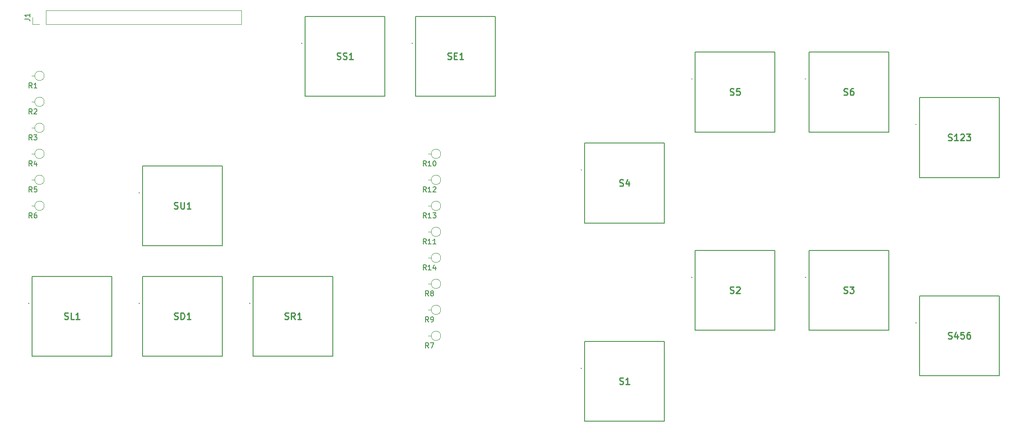
<source format=gbr>
%TF.GenerationSoftware,KiCad,Pcbnew,(5.1.10)-1*%
%TF.CreationDate,2021-09-21T20:51:06-05:00*%
%TF.ProjectId,FightKey_DirectionModule,46696768-744b-4657-995f-446972656374,rev?*%
%TF.SameCoordinates,Original*%
%TF.FileFunction,Legend,Top*%
%TF.FilePolarity,Positive*%
%FSLAX46Y46*%
G04 Gerber Fmt 4.6, Leading zero omitted, Abs format (unit mm)*
G04 Created by KiCad (PCBNEW (5.1.10)-1) date 2021-09-21 20:51:06*
%MOMM*%
%LPD*%
G01*
G04 APERTURE LIST*
%ADD10C,0.120000*%
%ADD11C,0.200000*%
%ADD12C,0.150000*%
%ADD13C,0.254000*%
G04 APERTURE END LIST*
D10*
%TO.C,J1*%
X67370000Y-30540000D02*
X67370000Y-27880000D01*
X29210000Y-30540000D02*
X67370000Y-30540000D01*
X29210000Y-27880000D02*
X67370000Y-27880000D01*
X29210000Y-30540000D02*
X29210000Y-27880000D01*
X27940000Y-30540000D02*
X26610000Y-30540000D01*
X26610000Y-30540000D02*
X26610000Y-29210000D01*
D11*
%TO.C,S456*%
X199235000Y-88900000D02*
G75*
G02*
X199135000Y-88900000I-50000J0D01*
G01*
X199135000Y-88900000D02*
G75*
G02*
X199235000Y-88900000I50000J0D01*
G01*
X199235000Y-88900000D02*
G75*
G02*
X199135000Y-88900000I-50000J0D01*
G01*
X199845000Y-99240000D02*
X215445000Y-99240000D01*
X215445000Y-99240000D02*
X215445000Y-83640000D01*
X215445000Y-83640000D02*
X199845000Y-83640000D01*
X199845000Y-83640000D02*
X199845000Y-99240000D01*
X199135000Y-88900000D02*
X199135000Y-88900000D01*
X199235000Y-88900000D02*
X199235000Y-88900000D01*
X199135000Y-88900000D02*
X199135000Y-88900000D01*
%TO.C,S123*%
X199235000Y-50165000D02*
G75*
G02*
X199135000Y-50165000I-50000J0D01*
G01*
X199135000Y-50165000D02*
G75*
G02*
X199235000Y-50165000I50000J0D01*
G01*
X199235000Y-50165000D02*
G75*
G02*
X199135000Y-50165000I-50000J0D01*
G01*
X199845000Y-60505000D02*
X215445000Y-60505000D01*
X215445000Y-60505000D02*
X215445000Y-44905000D01*
X215445000Y-44905000D02*
X199845000Y-44905000D01*
X199845000Y-44905000D02*
X199845000Y-60505000D01*
X199135000Y-50165000D02*
X199135000Y-50165000D01*
X199235000Y-50165000D02*
X199235000Y-50165000D01*
X199135000Y-50165000D02*
X199135000Y-50165000D01*
%TO.C,S6*%
X177645000Y-41275000D02*
G75*
G02*
X177545000Y-41275000I-50000J0D01*
G01*
X177545000Y-41275000D02*
G75*
G02*
X177645000Y-41275000I50000J0D01*
G01*
X177645000Y-41275000D02*
G75*
G02*
X177545000Y-41275000I-50000J0D01*
G01*
X178255000Y-51615000D02*
X193855000Y-51615000D01*
X193855000Y-51615000D02*
X193855000Y-36015000D01*
X193855000Y-36015000D02*
X178255000Y-36015000D01*
X178255000Y-36015000D02*
X178255000Y-51615000D01*
X177545000Y-41275000D02*
X177545000Y-41275000D01*
X177645000Y-41275000D02*
X177645000Y-41275000D01*
X177545000Y-41275000D02*
X177545000Y-41275000D01*
%TO.C,S5*%
X155420000Y-41275000D02*
G75*
G02*
X155320000Y-41275000I-50000J0D01*
G01*
X155320000Y-41275000D02*
G75*
G02*
X155420000Y-41275000I50000J0D01*
G01*
X155420000Y-41275000D02*
G75*
G02*
X155320000Y-41275000I-50000J0D01*
G01*
X156030000Y-51615000D02*
X171630000Y-51615000D01*
X171630000Y-51615000D02*
X171630000Y-36015000D01*
X171630000Y-36015000D02*
X156030000Y-36015000D01*
X156030000Y-36015000D02*
X156030000Y-51615000D01*
X155320000Y-41275000D02*
X155320000Y-41275000D01*
X155420000Y-41275000D02*
X155420000Y-41275000D01*
X155320000Y-41275000D02*
X155320000Y-41275000D01*
%TO.C,S4*%
X133830000Y-59055000D02*
G75*
G02*
X133730000Y-59055000I-50000J0D01*
G01*
X133730000Y-59055000D02*
G75*
G02*
X133830000Y-59055000I50000J0D01*
G01*
X133830000Y-59055000D02*
G75*
G02*
X133730000Y-59055000I-50000J0D01*
G01*
X134440000Y-69395000D02*
X150040000Y-69395000D01*
X150040000Y-69395000D02*
X150040000Y-53795000D01*
X150040000Y-53795000D02*
X134440000Y-53795000D01*
X134440000Y-53795000D02*
X134440000Y-69395000D01*
X133730000Y-59055000D02*
X133730000Y-59055000D01*
X133830000Y-59055000D02*
X133830000Y-59055000D01*
X133730000Y-59055000D02*
X133730000Y-59055000D01*
%TO.C,S3*%
X177645000Y-80010000D02*
G75*
G02*
X177545000Y-80010000I-50000J0D01*
G01*
X177545000Y-80010000D02*
G75*
G02*
X177645000Y-80010000I50000J0D01*
G01*
X177645000Y-80010000D02*
G75*
G02*
X177545000Y-80010000I-50000J0D01*
G01*
X178255000Y-90350000D02*
X193855000Y-90350000D01*
X193855000Y-90350000D02*
X193855000Y-74750000D01*
X193855000Y-74750000D02*
X178255000Y-74750000D01*
X178255000Y-74750000D02*
X178255000Y-90350000D01*
X177545000Y-80010000D02*
X177545000Y-80010000D01*
X177645000Y-80010000D02*
X177645000Y-80010000D01*
X177545000Y-80010000D02*
X177545000Y-80010000D01*
%TO.C,S2*%
X155420000Y-80010000D02*
G75*
G02*
X155320000Y-80010000I-50000J0D01*
G01*
X155320000Y-80010000D02*
G75*
G02*
X155420000Y-80010000I50000J0D01*
G01*
X155420000Y-80010000D02*
G75*
G02*
X155320000Y-80010000I-50000J0D01*
G01*
X156030000Y-90350000D02*
X171630000Y-90350000D01*
X171630000Y-90350000D02*
X171630000Y-74750000D01*
X171630000Y-74750000D02*
X156030000Y-74750000D01*
X156030000Y-74750000D02*
X156030000Y-90350000D01*
X155320000Y-80010000D02*
X155320000Y-80010000D01*
X155420000Y-80010000D02*
X155420000Y-80010000D01*
X155320000Y-80010000D02*
X155320000Y-80010000D01*
%TO.C,S1*%
X133830000Y-97790000D02*
G75*
G02*
X133730000Y-97790000I-50000J0D01*
G01*
X133730000Y-97790000D02*
G75*
G02*
X133830000Y-97790000I50000J0D01*
G01*
X133830000Y-97790000D02*
G75*
G02*
X133730000Y-97790000I-50000J0D01*
G01*
X134440000Y-108130000D02*
X150040000Y-108130000D01*
X150040000Y-108130000D02*
X150040000Y-92530000D01*
X150040000Y-92530000D02*
X134440000Y-92530000D01*
X134440000Y-92530000D02*
X134440000Y-108130000D01*
X133730000Y-97790000D02*
X133730000Y-97790000D01*
X133830000Y-97790000D02*
X133830000Y-97790000D01*
X133730000Y-97790000D02*
X133730000Y-97790000D01*
D10*
%TO.C,R14*%
X106330000Y-76200000D02*
G75*
G03*
X106330000Y-76200000I-920000J0D01*
G01*
X104490000Y-76200000D02*
X103870000Y-76200000D01*
%TO.C,R13*%
X106330000Y-66040000D02*
G75*
G03*
X106330000Y-66040000I-920000J0D01*
G01*
X104490000Y-66040000D02*
X103870000Y-66040000D01*
%TO.C,R12*%
X106330000Y-60960000D02*
G75*
G03*
X106330000Y-60960000I-920000J0D01*
G01*
X104490000Y-60960000D02*
X103870000Y-60960000D01*
%TO.C,R11*%
X106330000Y-71120000D02*
G75*
G03*
X106330000Y-71120000I-920000J0D01*
G01*
X104490000Y-71120000D02*
X103870000Y-71120000D01*
%TO.C,R10*%
X106330000Y-55880000D02*
G75*
G03*
X106330000Y-55880000I-920000J0D01*
G01*
X104490000Y-55880000D02*
X103870000Y-55880000D01*
%TO.C,R9*%
X106330000Y-86360000D02*
G75*
G03*
X106330000Y-86360000I-920000J0D01*
G01*
X104490000Y-86360000D02*
X103870000Y-86360000D01*
%TO.C,R8*%
X106330000Y-81280000D02*
G75*
G03*
X106330000Y-81280000I-920000J0D01*
G01*
X104490000Y-81280000D02*
X103870000Y-81280000D01*
%TO.C,R7*%
X106330000Y-91440000D02*
G75*
G03*
X106330000Y-91440000I-920000J0D01*
G01*
X104490000Y-91440000D02*
X103870000Y-91440000D01*
D11*
%TO.C,SU1*%
X47370000Y-63500000D02*
X47370000Y-63500000D01*
X47470000Y-63500000D02*
X47470000Y-63500000D01*
X47370000Y-63500000D02*
X47370000Y-63500000D01*
X48080000Y-58240000D02*
X48080000Y-73840000D01*
X63680000Y-58240000D02*
X48080000Y-58240000D01*
X63680000Y-73840000D02*
X63680000Y-58240000D01*
X48080000Y-73840000D02*
X63680000Y-73840000D01*
X47470000Y-63500000D02*
G75*
G02*
X47370000Y-63500000I-50000J0D01*
G01*
X47370000Y-63500000D02*
G75*
G02*
X47470000Y-63500000I50000J0D01*
G01*
X47470000Y-63500000D02*
G75*
G02*
X47370000Y-63500000I-50000J0D01*
G01*
%TO.C,SS1*%
X79120000Y-34290000D02*
X79120000Y-34290000D01*
X79220000Y-34290000D02*
X79220000Y-34290000D01*
X79120000Y-34290000D02*
X79120000Y-34290000D01*
X79830000Y-29030000D02*
X79830000Y-44630000D01*
X95430000Y-29030000D02*
X79830000Y-29030000D01*
X95430000Y-44630000D02*
X95430000Y-29030000D01*
X79830000Y-44630000D02*
X95430000Y-44630000D01*
X79220000Y-34290000D02*
G75*
G02*
X79120000Y-34290000I-50000J0D01*
G01*
X79120000Y-34290000D02*
G75*
G02*
X79220000Y-34290000I50000J0D01*
G01*
X79220000Y-34290000D02*
G75*
G02*
X79120000Y-34290000I-50000J0D01*
G01*
%TO.C,SR1*%
X68960000Y-85090000D02*
X68960000Y-85090000D01*
X69060000Y-85090000D02*
X69060000Y-85090000D01*
X68960000Y-85090000D02*
X68960000Y-85090000D01*
X69670000Y-79830000D02*
X69670000Y-95430000D01*
X85270000Y-79830000D02*
X69670000Y-79830000D01*
X85270000Y-95430000D02*
X85270000Y-79830000D01*
X69670000Y-95430000D02*
X85270000Y-95430000D01*
X69060000Y-85090000D02*
G75*
G02*
X68960000Y-85090000I-50000J0D01*
G01*
X68960000Y-85090000D02*
G75*
G02*
X69060000Y-85090000I50000J0D01*
G01*
X69060000Y-85090000D02*
G75*
G02*
X68960000Y-85090000I-50000J0D01*
G01*
%TO.C,SL1*%
X25780000Y-85090000D02*
X25780000Y-85090000D01*
X25880000Y-85090000D02*
X25880000Y-85090000D01*
X25780000Y-85090000D02*
X25780000Y-85090000D01*
X26490000Y-79830000D02*
X26490000Y-95430000D01*
X42090000Y-79830000D02*
X26490000Y-79830000D01*
X42090000Y-95430000D02*
X42090000Y-79830000D01*
X26490000Y-95430000D02*
X42090000Y-95430000D01*
X25880000Y-85090000D02*
G75*
G02*
X25780000Y-85090000I-50000J0D01*
G01*
X25780000Y-85090000D02*
G75*
G02*
X25880000Y-85090000I50000J0D01*
G01*
X25880000Y-85090000D02*
G75*
G02*
X25780000Y-85090000I-50000J0D01*
G01*
%TO.C,SE1*%
X100710000Y-34290000D02*
X100710000Y-34290000D01*
X100810000Y-34290000D02*
X100810000Y-34290000D01*
X100710000Y-34290000D02*
X100710000Y-34290000D01*
X101420000Y-29030000D02*
X101420000Y-44630000D01*
X117020000Y-29030000D02*
X101420000Y-29030000D01*
X117020000Y-44630000D02*
X117020000Y-29030000D01*
X101420000Y-44630000D02*
X117020000Y-44630000D01*
X100810000Y-34290000D02*
G75*
G02*
X100710000Y-34290000I-50000J0D01*
G01*
X100710000Y-34290000D02*
G75*
G02*
X100810000Y-34290000I50000J0D01*
G01*
X100810000Y-34290000D02*
G75*
G02*
X100710000Y-34290000I-50000J0D01*
G01*
%TO.C,SD1*%
X47370000Y-85090000D02*
X47370000Y-85090000D01*
X47470000Y-85090000D02*
X47470000Y-85090000D01*
X47370000Y-85090000D02*
X47370000Y-85090000D01*
X48080000Y-79830000D02*
X48080000Y-95430000D01*
X63680000Y-79830000D02*
X48080000Y-79830000D01*
X63680000Y-95430000D02*
X63680000Y-79830000D01*
X48080000Y-95430000D02*
X63680000Y-95430000D01*
X47470000Y-85090000D02*
G75*
G02*
X47370000Y-85090000I-50000J0D01*
G01*
X47370000Y-85090000D02*
G75*
G02*
X47470000Y-85090000I50000J0D01*
G01*
X47470000Y-85090000D02*
G75*
G02*
X47370000Y-85090000I-50000J0D01*
G01*
D10*
%TO.C,R6*%
X27020000Y-66040000D02*
X26400000Y-66040000D01*
X28860000Y-66040000D02*
G75*
G03*
X28860000Y-66040000I-920000J0D01*
G01*
%TO.C,R5*%
X27020000Y-60960000D02*
X26400000Y-60960000D01*
X28860000Y-60960000D02*
G75*
G03*
X28860000Y-60960000I-920000J0D01*
G01*
%TO.C,R4*%
X27020000Y-55880000D02*
X26400000Y-55880000D01*
X28860000Y-55880000D02*
G75*
G03*
X28860000Y-55880000I-920000J0D01*
G01*
%TO.C,R3*%
X27020000Y-50800000D02*
X26400000Y-50800000D01*
X28860000Y-50800000D02*
G75*
G03*
X28860000Y-50800000I-920000J0D01*
G01*
%TO.C,R2*%
X27020000Y-45720000D02*
X26400000Y-45720000D01*
X28860000Y-45720000D02*
G75*
G03*
X28860000Y-45720000I-920000J0D01*
G01*
%TO.C,R1*%
X27020000Y-40640000D02*
X26400000Y-40640000D01*
X28860000Y-40640000D02*
G75*
G03*
X28860000Y-40640000I-920000J0D01*
G01*
%TO.C,J1*%
D12*
X25062380Y-29543333D02*
X25776666Y-29543333D01*
X25919523Y-29590952D01*
X26014761Y-29686190D01*
X26062380Y-29829047D01*
X26062380Y-29924285D01*
X26062380Y-28543333D02*
X26062380Y-29114761D01*
X26062380Y-28829047D02*
X25062380Y-28829047D01*
X25205238Y-28924285D01*
X25300476Y-29019523D01*
X25348095Y-29114761D01*
%TO.C,S456*%
D13*
X205467857Y-91954047D02*
X205649285Y-92014523D01*
X205951666Y-92014523D01*
X206072619Y-91954047D01*
X206133095Y-91893571D01*
X206193571Y-91772619D01*
X206193571Y-91651666D01*
X206133095Y-91530714D01*
X206072619Y-91470238D01*
X205951666Y-91409761D01*
X205709761Y-91349285D01*
X205588809Y-91288809D01*
X205528333Y-91228333D01*
X205467857Y-91107380D01*
X205467857Y-90986428D01*
X205528333Y-90865476D01*
X205588809Y-90805000D01*
X205709761Y-90744523D01*
X206012142Y-90744523D01*
X206193571Y-90805000D01*
X207282142Y-91167857D02*
X207282142Y-92014523D01*
X206979761Y-90684047D02*
X206677380Y-91591190D01*
X207463571Y-91591190D01*
X208552142Y-90744523D02*
X207947380Y-90744523D01*
X207886904Y-91349285D01*
X207947380Y-91288809D01*
X208068333Y-91228333D01*
X208370714Y-91228333D01*
X208491666Y-91288809D01*
X208552142Y-91349285D01*
X208612619Y-91470238D01*
X208612619Y-91772619D01*
X208552142Y-91893571D01*
X208491666Y-91954047D01*
X208370714Y-92014523D01*
X208068333Y-92014523D01*
X207947380Y-91954047D01*
X207886904Y-91893571D01*
X209701190Y-90744523D02*
X209459285Y-90744523D01*
X209338333Y-90805000D01*
X209277857Y-90865476D01*
X209156904Y-91046904D01*
X209096428Y-91288809D01*
X209096428Y-91772619D01*
X209156904Y-91893571D01*
X209217380Y-91954047D01*
X209338333Y-92014523D01*
X209580238Y-92014523D01*
X209701190Y-91954047D01*
X209761666Y-91893571D01*
X209822142Y-91772619D01*
X209822142Y-91470238D01*
X209761666Y-91349285D01*
X209701190Y-91288809D01*
X209580238Y-91228333D01*
X209338333Y-91228333D01*
X209217380Y-91288809D01*
X209156904Y-91349285D01*
X209096428Y-91470238D01*
%TO.C,S123*%
X205467857Y-53219047D02*
X205649285Y-53279523D01*
X205951666Y-53279523D01*
X206072619Y-53219047D01*
X206133095Y-53158571D01*
X206193571Y-53037619D01*
X206193571Y-52916666D01*
X206133095Y-52795714D01*
X206072619Y-52735238D01*
X205951666Y-52674761D01*
X205709761Y-52614285D01*
X205588809Y-52553809D01*
X205528333Y-52493333D01*
X205467857Y-52372380D01*
X205467857Y-52251428D01*
X205528333Y-52130476D01*
X205588809Y-52070000D01*
X205709761Y-52009523D01*
X206012142Y-52009523D01*
X206193571Y-52070000D01*
X207403095Y-53279523D02*
X206677380Y-53279523D01*
X207040238Y-53279523D02*
X207040238Y-52009523D01*
X206919285Y-52190952D01*
X206798333Y-52311904D01*
X206677380Y-52372380D01*
X207886904Y-52130476D02*
X207947380Y-52070000D01*
X208068333Y-52009523D01*
X208370714Y-52009523D01*
X208491666Y-52070000D01*
X208552142Y-52130476D01*
X208612619Y-52251428D01*
X208612619Y-52372380D01*
X208552142Y-52553809D01*
X207826428Y-53279523D01*
X208612619Y-53279523D01*
X209035952Y-52009523D02*
X209822142Y-52009523D01*
X209398809Y-52493333D01*
X209580238Y-52493333D01*
X209701190Y-52553809D01*
X209761666Y-52614285D01*
X209822142Y-52735238D01*
X209822142Y-53037619D01*
X209761666Y-53158571D01*
X209701190Y-53219047D01*
X209580238Y-53279523D01*
X209217380Y-53279523D01*
X209096428Y-53219047D01*
X209035952Y-53158571D01*
%TO.C,S6*%
X185087380Y-44329047D02*
X185268809Y-44389523D01*
X185571190Y-44389523D01*
X185692142Y-44329047D01*
X185752619Y-44268571D01*
X185813095Y-44147619D01*
X185813095Y-44026666D01*
X185752619Y-43905714D01*
X185692142Y-43845238D01*
X185571190Y-43784761D01*
X185329285Y-43724285D01*
X185208333Y-43663809D01*
X185147857Y-43603333D01*
X185087380Y-43482380D01*
X185087380Y-43361428D01*
X185147857Y-43240476D01*
X185208333Y-43180000D01*
X185329285Y-43119523D01*
X185631666Y-43119523D01*
X185813095Y-43180000D01*
X186901666Y-43119523D02*
X186659761Y-43119523D01*
X186538809Y-43180000D01*
X186478333Y-43240476D01*
X186357380Y-43421904D01*
X186296904Y-43663809D01*
X186296904Y-44147619D01*
X186357380Y-44268571D01*
X186417857Y-44329047D01*
X186538809Y-44389523D01*
X186780714Y-44389523D01*
X186901666Y-44329047D01*
X186962142Y-44268571D01*
X187022619Y-44147619D01*
X187022619Y-43845238D01*
X186962142Y-43724285D01*
X186901666Y-43663809D01*
X186780714Y-43603333D01*
X186538809Y-43603333D01*
X186417857Y-43663809D01*
X186357380Y-43724285D01*
X186296904Y-43845238D01*
%TO.C,S5*%
X162862380Y-44329047D02*
X163043809Y-44389523D01*
X163346190Y-44389523D01*
X163467142Y-44329047D01*
X163527619Y-44268571D01*
X163588095Y-44147619D01*
X163588095Y-44026666D01*
X163527619Y-43905714D01*
X163467142Y-43845238D01*
X163346190Y-43784761D01*
X163104285Y-43724285D01*
X162983333Y-43663809D01*
X162922857Y-43603333D01*
X162862380Y-43482380D01*
X162862380Y-43361428D01*
X162922857Y-43240476D01*
X162983333Y-43180000D01*
X163104285Y-43119523D01*
X163406666Y-43119523D01*
X163588095Y-43180000D01*
X164737142Y-43119523D02*
X164132380Y-43119523D01*
X164071904Y-43724285D01*
X164132380Y-43663809D01*
X164253333Y-43603333D01*
X164555714Y-43603333D01*
X164676666Y-43663809D01*
X164737142Y-43724285D01*
X164797619Y-43845238D01*
X164797619Y-44147619D01*
X164737142Y-44268571D01*
X164676666Y-44329047D01*
X164555714Y-44389523D01*
X164253333Y-44389523D01*
X164132380Y-44329047D01*
X164071904Y-44268571D01*
%TO.C,S4*%
X141272380Y-62109047D02*
X141453809Y-62169523D01*
X141756190Y-62169523D01*
X141877142Y-62109047D01*
X141937619Y-62048571D01*
X141998095Y-61927619D01*
X141998095Y-61806666D01*
X141937619Y-61685714D01*
X141877142Y-61625238D01*
X141756190Y-61564761D01*
X141514285Y-61504285D01*
X141393333Y-61443809D01*
X141332857Y-61383333D01*
X141272380Y-61262380D01*
X141272380Y-61141428D01*
X141332857Y-61020476D01*
X141393333Y-60960000D01*
X141514285Y-60899523D01*
X141816666Y-60899523D01*
X141998095Y-60960000D01*
X143086666Y-61322857D02*
X143086666Y-62169523D01*
X142784285Y-60839047D02*
X142481904Y-61746190D01*
X143268095Y-61746190D01*
%TO.C,S3*%
X185087380Y-83064047D02*
X185268809Y-83124523D01*
X185571190Y-83124523D01*
X185692142Y-83064047D01*
X185752619Y-83003571D01*
X185813095Y-82882619D01*
X185813095Y-82761666D01*
X185752619Y-82640714D01*
X185692142Y-82580238D01*
X185571190Y-82519761D01*
X185329285Y-82459285D01*
X185208333Y-82398809D01*
X185147857Y-82338333D01*
X185087380Y-82217380D01*
X185087380Y-82096428D01*
X185147857Y-81975476D01*
X185208333Y-81915000D01*
X185329285Y-81854523D01*
X185631666Y-81854523D01*
X185813095Y-81915000D01*
X186236428Y-81854523D02*
X187022619Y-81854523D01*
X186599285Y-82338333D01*
X186780714Y-82338333D01*
X186901666Y-82398809D01*
X186962142Y-82459285D01*
X187022619Y-82580238D01*
X187022619Y-82882619D01*
X186962142Y-83003571D01*
X186901666Y-83064047D01*
X186780714Y-83124523D01*
X186417857Y-83124523D01*
X186296904Y-83064047D01*
X186236428Y-83003571D01*
%TO.C,S2*%
X162862380Y-83064047D02*
X163043809Y-83124523D01*
X163346190Y-83124523D01*
X163467142Y-83064047D01*
X163527619Y-83003571D01*
X163588095Y-82882619D01*
X163588095Y-82761666D01*
X163527619Y-82640714D01*
X163467142Y-82580238D01*
X163346190Y-82519761D01*
X163104285Y-82459285D01*
X162983333Y-82398809D01*
X162922857Y-82338333D01*
X162862380Y-82217380D01*
X162862380Y-82096428D01*
X162922857Y-81975476D01*
X162983333Y-81915000D01*
X163104285Y-81854523D01*
X163406666Y-81854523D01*
X163588095Y-81915000D01*
X164071904Y-81975476D02*
X164132380Y-81915000D01*
X164253333Y-81854523D01*
X164555714Y-81854523D01*
X164676666Y-81915000D01*
X164737142Y-81975476D01*
X164797619Y-82096428D01*
X164797619Y-82217380D01*
X164737142Y-82398809D01*
X164011428Y-83124523D01*
X164797619Y-83124523D01*
%TO.C,S1*%
X141272380Y-100844047D02*
X141453809Y-100904523D01*
X141756190Y-100904523D01*
X141877142Y-100844047D01*
X141937619Y-100783571D01*
X141998095Y-100662619D01*
X141998095Y-100541666D01*
X141937619Y-100420714D01*
X141877142Y-100360238D01*
X141756190Y-100299761D01*
X141514285Y-100239285D01*
X141393333Y-100178809D01*
X141332857Y-100118333D01*
X141272380Y-99997380D01*
X141272380Y-99876428D01*
X141332857Y-99755476D01*
X141393333Y-99695000D01*
X141514285Y-99634523D01*
X141816666Y-99634523D01*
X141998095Y-99695000D01*
X143207619Y-100904523D02*
X142481904Y-100904523D01*
X142844761Y-100904523D02*
X142844761Y-99634523D01*
X142723809Y-99815952D01*
X142602857Y-99936904D01*
X142481904Y-99997380D01*
%TO.C,R14*%
D12*
X103497142Y-78572380D02*
X103163809Y-78096190D01*
X102925714Y-78572380D02*
X102925714Y-77572380D01*
X103306666Y-77572380D01*
X103401904Y-77620000D01*
X103449523Y-77667619D01*
X103497142Y-77762857D01*
X103497142Y-77905714D01*
X103449523Y-78000952D01*
X103401904Y-78048571D01*
X103306666Y-78096190D01*
X102925714Y-78096190D01*
X104449523Y-78572380D02*
X103878095Y-78572380D01*
X104163809Y-78572380D02*
X104163809Y-77572380D01*
X104068571Y-77715238D01*
X103973333Y-77810476D01*
X103878095Y-77858095D01*
X105306666Y-77905714D02*
X105306666Y-78572380D01*
X105068571Y-77524761D02*
X104830476Y-78239047D01*
X105449523Y-78239047D01*
%TO.C,R13*%
X103497142Y-68412380D02*
X103163809Y-67936190D01*
X102925714Y-68412380D02*
X102925714Y-67412380D01*
X103306666Y-67412380D01*
X103401904Y-67460000D01*
X103449523Y-67507619D01*
X103497142Y-67602857D01*
X103497142Y-67745714D01*
X103449523Y-67840952D01*
X103401904Y-67888571D01*
X103306666Y-67936190D01*
X102925714Y-67936190D01*
X104449523Y-68412380D02*
X103878095Y-68412380D01*
X104163809Y-68412380D02*
X104163809Y-67412380D01*
X104068571Y-67555238D01*
X103973333Y-67650476D01*
X103878095Y-67698095D01*
X104782857Y-67412380D02*
X105401904Y-67412380D01*
X105068571Y-67793333D01*
X105211428Y-67793333D01*
X105306666Y-67840952D01*
X105354285Y-67888571D01*
X105401904Y-67983809D01*
X105401904Y-68221904D01*
X105354285Y-68317142D01*
X105306666Y-68364761D01*
X105211428Y-68412380D01*
X104925714Y-68412380D01*
X104830476Y-68364761D01*
X104782857Y-68317142D01*
%TO.C,R12*%
X103497142Y-63332380D02*
X103163809Y-62856190D01*
X102925714Y-63332380D02*
X102925714Y-62332380D01*
X103306666Y-62332380D01*
X103401904Y-62380000D01*
X103449523Y-62427619D01*
X103497142Y-62522857D01*
X103497142Y-62665714D01*
X103449523Y-62760952D01*
X103401904Y-62808571D01*
X103306666Y-62856190D01*
X102925714Y-62856190D01*
X104449523Y-63332380D02*
X103878095Y-63332380D01*
X104163809Y-63332380D02*
X104163809Y-62332380D01*
X104068571Y-62475238D01*
X103973333Y-62570476D01*
X103878095Y-62618095D01*
X104830476Y-62427619D02*
X104878095Y-62380000D01*
X104973333Y-62332380D01*
X105211428Y-62332380D01*
X105306666Y-62380000D01*
X105354285Y-62427619D01*
X105401904Y-62522857D01*
X105401904Y-62618095D01*
X105354285Y-62760952D01*
X104782857Y-63332380D01*
X105401904Y-63332380D01*
%TO.C,R11*%
X103497142Y-73492380D02*
X103163809Y-73016190D01*
X102925714Y-73492380D02*
X102925714Y-72492380D01*
X103306666Y-72492380D01*
X103401904Y-72540000D01*
X103449523Y-72587619D01*
X103497142Y-72682857D01*
X103497142Y-72825714D01*
X103449523Y-72920952D01*
X103401904Y-72968571D01*
X103306666Y-73016190D01*
X102925714Y-73016190D01*
X104449523Y-73492380D02*
X103878095Y-73492380D01*
X104163809Y-73492380D02*
X104163809Y-72492380D01*
X104068571Y-72635238D01*
X103973333Y-72730476D01*
X103878095Y-72778095D01*
X105401904Y-73492380D02*
X104830476Y-73492380D01*
X105116190Y-73492380D02*
X105116190Y-72492380D01*
X105020952Y-72635238D01*
X104925714Y-72730476D01*
X104830476Y-72778095D01*
%TO.C,R10*%
X103497142Y-58252380D02*
X103163809Y-57776190D01*
X102925714Y-58252380D02*
X102925714Y-57252380D01*
X103306666Y-57252380D01*
X103401904Y-57300000D01*
X103449523Y-57347619D01*
X103497142Y-57442857D01*
X103497142Y-57585714D01*
X103449523Y-57680952D01*
X103401904Y-57728571D01*
X103306666Y-57776190D01*
X102925714Y-57776190D01*
X104449523Y-58252380D02*
X103878095Y-58252380D01*
X104163809Y-58252380D02*
X104163809Y-57252380D01*
X104068571Y-57395238D01*
X103973333Y-57490476D01*
X103878095Y-57538095D01*
X105068571Y-57252380D02*
X105163809Y-57252380D01*
X105259047Y-57300000D01*
X105306666Y-57347619D01*
X105354285Y-57442857D01*
X105401904Y-57633333D01*
X105401904Y-57871428D01*
X105354285Y-58061904D01*
X105306666Y-58157142D01*
X105259047Y-58204761D01*
X105163809Y-58252380D01*
X105068571Y-58252380D01*
X104973333Y-58204761D01*
X104925714Y-58157142D01*
X104878095Y-58061904D01*
X104830476Y-57871428D01*
X104830476Y-57633333D01*
X104878095Y-57442857D01*
X104925714Y-57347619D01*
X104973333Y-57300000D01*
X105068571Y-57252380D01*
%TO.C,R9*%
X103973333Y-88732380D02*
X103640000Y-88256190D01*
X103401904Y-88732380D02*
X103401904Y-87732380D01*
X103782857Y-87732380D01*
X103878095Y-87780000D01*
X103925714Y-87827619D01*
X103973333Y-87922857D01*
X103973333Y-88065714D01*
X103925714Y-88160952D01*
X103878095Y-88208571D01*
X103782857Y-88256190D01*
X103401904Y-88256190D01*
X104449523Y-88732380D02*
X104640000Y-88732380D01*
X104735238Y-88684761D01*
X104782857Y-88637142D01*
X104878095Y-88494285D01*
X104925714Y-88303809D01*
X104925714Y-87922857D01*
X104878095Y-87827619D01*
X104830476Y-87780000D01*
X104735238Y-87732380D01*
X104544761Y-87732380D01*
X104449523Y-87780000D01*
X104401904Y-87827619D01*
X104354285Y-87922857D01*
X104354285Y-88160952D01*
X104401904Y-88256190D01*
X104449523Y-88303809D01*
X104544761Y-88351428D01*
X104735238Y-88351428D01*
X104830476Y-88303809D01*
X104878095Y-88256190D01*
X104925714Y-88160952D01*
%TO.C,R8*%
X103973333Y-83652380D02*
X103640000Y-83176190D01*
X103401904Y-83652380D02*
X103401904Y-82652380D01*
X103782857Y-82652380D01*
X103878095Y-82700000D01*
X103925714Y-82747619D01*
X103973333Y-82842857D01*
X103973333Y-82985714D01*
X103925714Y-83080952D01*
X103878095Y-83128571D01*
X103782857Y-83176190D01*
X103401904Y-83176190D01*
X104544761Y-83080952D02*
X104449523Y-83033333D01*
X104401904Y-82985714D01*
X104354285Y-82890476D01*
X104354285Y-82842857D01*
X104401904Y-82747619D01*
X104449523Y-82700000D01*
X104544761Y-82652380D01*
X104735238Y-82652380D01*
X104830476Y-82700000D01*
X104878095Y-82747619D01*
X104925714Y-82842857D01*
X104925714Y-82890476D01*
X104878095Y-82985714D01*
X104830476Y-83033333D01*
X104735238Y-83080952D01*
X104544761Y-83080952D01*
X104449523Y-83128571D01*
X104401904Y-83176190D01*
X104354285Y-83271428D01*
X104354285Y-83461904D01*
X104401904Y-83557142D01*
X104449523Y-83604761D01*
X104544761Y-83652380D01*
X104735238Y-83652380D01*
X104830476Y-83604761D01*
X104878095Y-83557142D01*
X104925714Y-83461904D01*
X104925714Y-83271428D01*
X104878095Y-83176190D01*
X104830476Y-83128571D01*
X104735238Y-83080952D01*
%TO.C,R7*%
X103973333Y-93812380D02*
X103640000Y-93336190D01*
X103401904Y-93812380D02*
X103401904Y-92812380D01*
X103782857Y-92812380D01*
X103878095Y-92860000D01*
X103925714Y-92907619D01*
X103973333Y-93002857D01*
X103973333Y-93145714D01*
X103925714Y-93240952D01*
X103878095Y-93288571D01*
X103782857Y-93336190D01*
X103401904Y-93336190D01*
X104306666Y-92812380D02*
X104973333Y-92812380D01*
X104544761Y-93812380D01*
%TO.C,SU1*%
D13*
X54247142Y-66554047D02*
X54428571Y-66614523D01*
X54730952Y-66614523D01*
X54851904Y-66554047D01*
X54912380Y-66493571D01*
X54972857Y-66372619D01*
X54972857Y-66251666D01*
X54912380Y-66130714D01*
X54851904Y-66070238D01*
X54730952Y-66009761D01*
X54489047Y-65949285D01*
X54368095Y-65888809D01*
X54307619Y-65828333D01*
X54247142Y-65707380D01*
X54247142Y-65586428D01*
X54307619Y-65465476D01*
X54368095Y-65405000D01*
X54489047Y-65344523D01*
X54791428Y-65344523D01*
X54972857Y-65405000D01*
X55517142Y-65344523D02*
X55517142Y-66372619D01*
X55577619Y-66493571D01*
X55638095Y-66554047D01*
X55759047Y-66614523D01*
X56000952Y-66614523D01*
X56121904Y-66554047D01*
X56182380Y-66493571D01*
X56242857Y-66372619D01*
X56242857Y-65344523D01*
X57512857Y-66614523D02*
X56787142Y-66614523D01*
X57150000Y-66614523D02*
X57150000Y-65344523D01*
X57029047Y-65525952D01*
X56908095Y-65646904D01*
X56787142Y-65707380D01*
%TO.C,SS1*%
X86057619Y-37344047D02*
X86239047Y-37404523D01*
X86541428Y-37404523D01*
X86662380Y-37344047D01*
X86722857Y-37283571D01*
X86783333Y-37162619D01*
X86783333Y-37041666D01*
X86722857Y-36920714D01*
X86662380Y-36860238D01*
X86541428Y-36799761D01*
X86299523Y-36739285D01*
X86178571Y-36678809D01*
X86118095Y-36618333D01*
X86057619Y-36497380D01*
X86057619Y-36376428D01*
X86118095Y-36255476D01*
X86178571Y-36195000D01*
X86299523Y-36134523D01*
X86601904Y-36134523D01*
X86783333Y-36195000D01*
X87267142Y-37344047D02*
X87448571Y-37404523D01*
X87750952Y-37404523D01*
X87871904Y-37344047D01*
X87932380Y-37283571D01*
X87992857Y-37162619D01*
X87992857Y-37041666D01*
X87932380Y-36920714D01*
X87871904Y-36860238D01*
X87750952Y-36799761D01*
X87509047Y-36739285D01*
X87388095Y-36678809D01*
X87327619Y-36618333D01*
X87267142Y-36497380D01*
X87267142Y-36376428D01*
X87327619Y-36255476D01*
X87388095Y-36195000D01*
X87509047Y-36134523D01*
X87811428Y-36134523D01*
X87992857Y-36195000D01*
X89202380Y-37404523D02*
X88476666Y-37404523D01*
X88839523Y-37404523D02*
X88839523Y-36134523D01*
X88718571Y-36315952D01*
X88597619Y-36436904D01*
X88476666Y-36497380D01*
%TO.C,SR1*%
X75867380Y-88144047D02*
X76048809Y-88204523D01*
X76351190Y-88204523D01*
X76472142Y-88144047D01*
X76532619Y-88083571D01*
X76593095Y-87962619D01*
X76593095Y-87841666D01*
X76532619Y-87720714D01*
X76472142Y-87660238D01*
X76351190Y-87599761D01*
X76109285Y-87539285D01*
X75988333Y-87478809D01*
X75927857Y-87418333D01*
X75867380Y-87297380D01*
X75867380Y-87176428D01*
X75927857Y-87055476D01*
X75988333Y-86995000D01*
X76109285Y-86934523D01*
X76411666Y-86934523D01*
X76593095Y-86995000D01*
X77863095Y-88204523D02*
X77439761Y-87599761D01*
X77137380Y-88204523D02*
X77137380Y-86934523D01*
X77621190Y-86934523D01*
X77742142Y-86995000D01*
X77802619Y-87055476D01*
X77863095Y-87176428D01*
X77863095Y-87357857D01*
X77802619Y-87478809D01*
X77742142Y-87539285D01*
X77621190Y-87599761D01*
X77137380Y-87599761D01*
X79072619Y-88204523D02*
X78346904Y-88204523D01*
X78709761Y-88204523D02*
X78709761Y-86934523D01*
X78588809Y-87115952D01*
X78467857Y-87236904D01*
X78346904Y-87297380D01*
%TO.C,SL1*%
X32808333Y-88144047D02*
X32989761Y-88204523D01*
X33292142Y-88204523D01*
X33413095Y-88144047D01*
X33473571Y-88083571D01*
X33534047Y-87962619D01*
X33534047Y-87841666D01*
X33473571Y-87720714D01*
X33413095Y-87660238D01*
X33292142Y-87599761D01*
X33050238Y-87539285D01*
X32929285Y-87478809D01*
X32868809Y-87418333D01*
X32808333Y-87297380D01*
X32808333Y-87176428D01*
X32868809Y-87055476D01*
X32929285Y-86995000D01*
X33050238Y-86934523D01*
X33352619Y-86934523D01*
X33534047Y-86995000D01*
X34683095Y-88204523D02*
X34078333Y-88204523D01*
X34078333Y-86934523D01*
X35771666Y-88204523D02*
X35045952Y-88204523D01*
X35408809Y-88204523D02*
X35408809Y-86934523D01*
X35287857Y-87115952D01*
X35166904Y-87236904D01*
X35045952Y-87297380D01*
%TO.C,SE1*%
X107677857Y-37344047D02*
X107859285Y-37404523D01*
X108161666Y-37404523D01*
X108282619Y-37344047D01*
X108343095Y-37283571D01*
X108403571Y-37162619D01*
X108403571Y-37041666D01*
X108343095Y-36920714D01*
X108282619Y-36860238D01*
X108161666Y-36799761D01*
X107919761Y-36739285D01*
X107798809Y-36678809D01*
X107738333Y-36618333D01*
X107677857Y-36497380D01*
X107677857Y-36376428D01*
X107738333Y-36255476D01*
X107798809Y-36195000D01*
X107919761Y-36134523D01*
X108222142Y-36134523D01*
X108403571Y-36195000D01*
X108947857Y-36739285D02*
X109371190Y-36739285D01*
X109552619Y-37404523D02*
X108947857Y-37404523D01*
X108947857Y-36134523D01*
X109552619Y-36134523D01*
X110762142Y-37404523D02*
X110036428Y-37404523D01*
X110399285Y-37404523D02*
X110399285Y-36134523D01*
X110278333Y-36315952D01*
X110157380Y-36436904D01*
X110036428Y-36497380D01*
%TO.C,SD1*%
X54277380Y-88144047D02*
X54458809Y-88204523D01*
X54761190Y-88204523D01*
X54882142Y-88144047D01*
X54942619Y-88083571D01*
X55003095Y-87962619D01*
X55003095Y-87841666D01*
X54942619Y-87720714D01*
X54882142Y-87660238D01*
X54761190Y-87599761D01*
X54519285Y-87539285D01*
X54398333Y-87478809D01*
X54337857Y-87418333D01*
X54277380Y-87297380D01*
X54277380Y-87176428D01*
X54337857Y-87055476D01*
X54398333Y-86995000D01*
X54519285Y-86934523D01*
X54821666Y-86934523D01*
X55003095Y-86995000D01*
X55547380Y-88204523D02*
X55547380Y-86934523D01*
X55849761Y-86934523D01*
X56031190Y-86995000D01*
X56152142Y-87115952D01*
X56212619Y-87236904D01*
X56273095Y-87478809D01*
X56273095Y-87660238D01*
X56212619Y-87902142D01*
X56152142Y-88023095D01*
X56031190Y-88144047D01*
X55849761Y-88204523D01*
X55547380Y-88204523D01*
X57482619Y-88204523D02*
X56756904Y-88204523D01*
X57119761Y-88204523D02*
X57119761Y-86934523D01*
X56998809Y-87115952D01*
X56877857Y-87236904D01*
X56756904Y-87297380D01*
%TO.C,R6*%
D12*
X26503333Y-68412380D02*
X26170000Y-67936190D01*
X25931904Y-68412380D02*
X25931904Y-67412380D01*
X26312857Y-67412380D01*
X26408095Y-67460000D01*
X26455714Y-67507619D01*
X26503333Y-67602857D01*
X26503333Y-67745714D01*
X26455714Y-67840952D01*
X26408095Y-67888571D01*
X26312857Y-67936190D01*
X25931904Y-67936190D01*
X27360476Y-67412380D02*
X27170000Y-67412380D01*
X27074761Y-67460000D01*
X27027142Y-67507619D01*
X26931904Y-67650476D01*
X26884285Y-67840952D01*
X26884285Y-68221904D01*
X26931904Y-68317142D01*
X26979523Y-68364761D01*
X27074761Y-68412380D01*
X27265238Y-68412380D01*
X27360476Y-68364761D01*
X27408095Y-68317142D01*
X27455714Y-68221904D01*
X27455714Y-67983809D01*
X27408095Y-67888571D01*
X27360476Y-67840952D01*
X27265238Y-67793333D01*
X27074761Y-67793333D01*
X26979523Y-67840952D01*
X26931904Y-67888571D01*
X26884285Y-67983809D01*
%TO.C,R5*%
X26503333Y-63332380D02*
X26170000Y-62856190D01*
X25931904Y-63332380D02*
X25931904Y-62332380D01*
X26312857Y-62332380D01*
X26408095Y-62380000D01*
X26455714Y-62427619D01*
X26503333Y-62522857D01*
X26503333Y-62665714D01*
X26455714Y-62760952D01*
X26408095Y-62808571D01*
X26312857Y-62856190D01*
X25931904Y-62856190D01*
X27408095Y-62332380D02*
X26931904Y-62332380D01*
X26884285Y-62808571D01*
X26931904Y-62760952D01*
X27027142Y-62713333D01*
X27265238Y-62713333D01*
X27360476Y-62760952D01*
X27408095Y-62808571D01*
X27455714Y-62903809D01*
X27455714Y-63141904D01*
X27408095Y-63237142D01*
X27360476Y-63284761D01*
X27265238Y-63332380D01*
X27027142Y-63332380D01*
X26931904Y-63284761D01*
X26884285Y-63237142D01*
%TO.C,R4*%
X26503333Y-58252380D02*
X26170000Y-57776190D01*
X25931904Y-58252380D02*
X25931904Y-57252380D01*
X26312857Y-57252380D01*
X26408095Y-57300000D01*
X26455714Y-57347619D01*
X26503333Y-57442857D01*
X26503333Y-57585714D01*
X26455714Y-57680952D01*
X26408095Y-57728571D01*
X26312857Y-57776190D01*
X25931904Y-57776190D01*
X27360476Y-57585714D02*
X27360476Y-58252380D01*
X27122380Y-57204761D02*
X26884285Y-57919047D01*
X27503333Y-57919047D01*
%TO.C,R3*%
X26503333Y-53172380D02*
X26170000Y-52696190D01*
X25931904Y-53172380D02*
X25931904Y-52172380D01*
X26312857Y-52172380D01*
X26408095Y-52220000D01*
X26455714Y-52267619D01*
X26503333Y-52362857D01*
X26503333Y-52505714D01*
X26455714Y-52600952D01*
X26408095Y-52648571D01*
X26312857Y-52696190D01*
X25931904Y-52696190D01*
X26836666Y-52172380D02*
X27455714Y-52172380D01*
X27122380Y-52553333D01*
X27265238Y-52553333D01*
X27360476Y-52600952D01*
X27408095Y-52648571D01*
X27455714Y-52743809D01*
X27455714Y-52981904D01*
X27408095Y-53077142D01*
X27360476Y-53124761D01*
X27265238Y-53172380D01*
X26979523Y-53172380D01*
X26884285Y-53124761D01*
X26836666Y-53077142D01*
%TO.C,R2*%
X26503333Y-48092380D02*
X26170000Y-47616190D01*
X25931904Y-48092380D02*
X25931904Y-47092380D01*
X26312857Y-47092380D01*
X26408095Y-47140000D01*
X26455714Y-47187619D01*
X26503333Y-47282857D01*
X26503333Y-47425714D01*
X26455714Y-47520952D01*
X26408095Y-47568571D01*
X26312857Y-47616190D01*
X25931904Y-47616190D01*
X26884285Y-47187619D02*
X26931904Y-47140000D01*
X27027142Y-47092380D01*
X27265238Y-47092380D01*
X27360476Y-47140000D01*
X27408095Y-47187619D01*
X27455714Y-47282857D01*
X27455714Y-47378095D01*
X27408095Y-47520952D01*
X26836666Y-48092380D01*
X27455714Y-48092380D01*
%TO.C,R1*%
X26503333Y-43012380D02*
X26170000Y-42536190D01*
X25931904Y-43012380D02*
X25931904Y-42012380D01*
X26312857Y-42012380D01*
X26408095Y-42060000D01*
X26455714Y-42107619D01*
X26503333Y-42202857D01*
X26503333Y-42345714D01*
X26455714Y-42440952D01*
X26408095Y-42488571D01*
X26312857Y-42536190D01*
X25931904Y-42536190D01*
X27455714Y-43012380D02*
X26884285Y-43012380D01*
X27170000Y-43012380D02*
X27170000Y-42012380D01*
X27074761Y-42155238D01*
X26979523Y-42250476D01*
X26884285Y-42298095D01*
%TD*%
M02*

</source>
